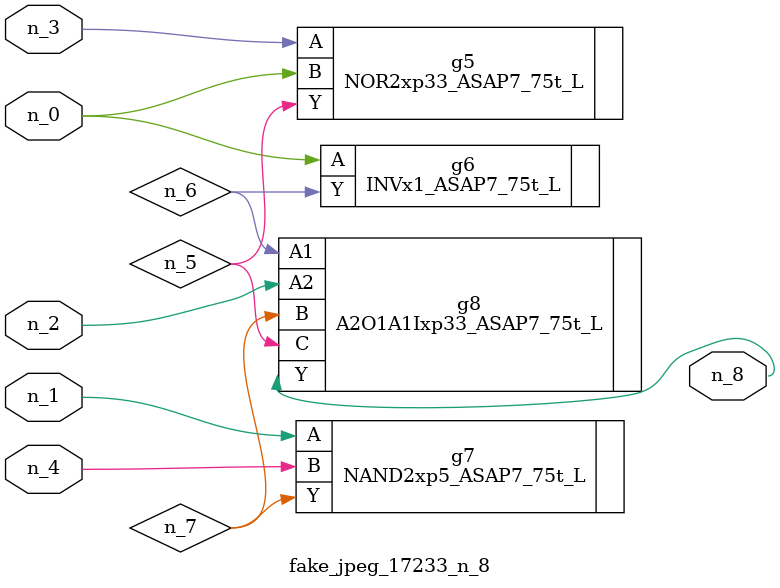
<source format=v>
module fake_jpeg_17233_n_8 (n_3, n_2, n_1, n_0, n_4, n_8);

input n_3;
input n_2;
input n_1;
input n_0;
input n_4;

output n_8;

wire n_6;
wire n_5;
wire n_7;

NOR2xp33_ASAP7_75t_L g5 ( 
.A(n_3),
.B(n_0),
.Y(n_5)
);

INVx1_ASAP7_75t_L g6 ( 
.A(n_0),
.Y(n_6)
);

NAND2xp5_ASAP7_75t_L g7 ( 
.A(n_1),
.B(n_4),
.Y(n_7)
);

A2O1A1Ixp33_ASAP7_75t_L g8 ( 
.A1(n_6),
.A2(n_2),
.B(n_7),
.C(n_5),
.Y(n_8)
);


endmodule
</source>
